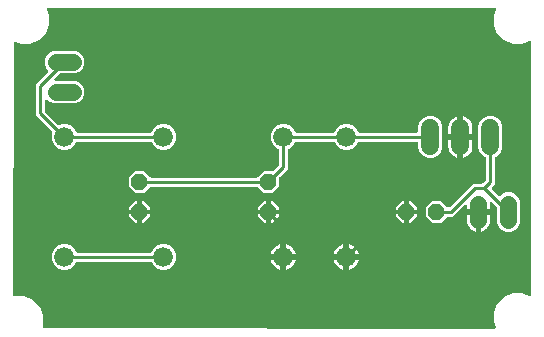
<source format=gbr>
G04 EAGLE Gerber RS-274X export*
G75*
%MOMM*%
%FSLAX34Y34*%
%LPD*%
%INTop Copper*%
%IPPOS*%
%AMOC8*
5,1,8,0,0,1.08239X$1,22.5*%
G01*
%ADD10C,1.422400*%
%ADD11P,1.429621X8X292.500000*%
%ADD12P,1.429621X8X202.500000*%
%ADD13C,1.676400*%
%ADD14C,1.524000*%
%ADD15C,0.254000*%

G36*
X422476Y15293D02*
X422476Y15293D01*
X422527Y15291D01*
X422633Y15313D01*
X422742Y15326D01*
X422789Y15345D01*
X422838Y15355D01*
X422936Y15403D01*
X423038Y15443D01*
X423078Y15472D01*
X423124Y15495D01*
X423207Y15566D01*
X423295Y15630D01*
X423327Y15668D01*
X423366Y15701D01*
X423429Y15790D01*
X423498Y15874D01*
X423520Y15920D01*
X423549Y15961D01*
X423588Y16063D01*
X423634Y16162D01*
X423644Y16211D01*
X423662Y16258D01*
X423674Y16367D01*
X423694Y16474D01*
X423691Y16524D01*
X423697Y16574D01*
X423682Y16683D01*
X423675Y16792D01*
X423659Y16840D01*
X423652Y16889D01*
X423600Y17042D01*
X421799Y21390D01*
X421799Y29410D01*
X424869Y36820D01*
X430540Y42491D01*
X437950Y45561D01*
X445970Y45561D01*
X452076Y43031D01*
X452125Y43018D01*
X452171Y42997D01*
X452278Y42976D01*
X452383Y42948D01*
X452434Y42947D01*
X452484Y42937D01*
X452592Y42944D01*
X452701Y42942D01*
X452751Y42954D01*
X452801Y42958D01*
X452904Y42991D01*
X453010Y43017D01*
X453055Y43040D01*
X453104Y43056D01*
X453195Y43114D01*
X453291Y43165D01*
X453329Y43200D01*
X453372Y43227D01*
X453446Y43306D01*
X453527Y43379D01*
X453555Y43422D01*
X453589Y43459D01*
X453642Y43554D01*
X453702Y43645D01*
X453718Y43693D01*
X453742Y43738D01*
X453769Y43843D01*
X453805Y43946D01*
X453809Y43996D01*
X453821Y44046D01*
X453831Y44206D01*
X453460Y257904D01*
X453454Y257953D01*
X453456Y258001D01*
X453434Y258110D01*
X453420Y258220D01*
X453402Y258265D01*
X453392Y258313D01*
X453343Y258412D01*
X453302Y258515D01*
X453274Y258555D01*
X453252Y258598D01*
X453180Y258683D01*
X453115Y258772D01*
X453077Y258803D01*
X453046Y258840D01*
X452955Y258904D01*
X452870Y258975D01*
X452826Y258995D01*
X452786Y259023D01*
X452682Y259063D01*
X452582Y259110D01*
X452534Y259119D01*
X452489Y259136D01*
X452378Y259148D01*
X452269Y259169D01*
X452221Y259166D01*
X452172Y259171D01*
X452063Y259156D01*
X451952Y259149D01*
X451906Y259134D01*
X451858Y259127D01*
X451705Y259075D01*
X445970Y256699D01*
X437950Y256699D01*
X430540Y259769D01*
X424869Y265440D01*
X421799Y272850D01*
X421799Y280870D01*
X423779Y285650D01*
X423792Y285698D01*
X423813Y285743D01*
X423834Y285851D01*
X423863Y285956D01*
X423864Y286006D01*
X423873Y286056D01*
X423866Y286165D01*
X423868Y286274D01*
X423856Y286323D01*
X423853Y286373D01*
X423819Y286477D01*
X423794Y286584D01*
X423770Y286628D01*
X423755Y286675D01*
X423696Y286768D01*
X423645Y286865D01*
X423611Y286902D01*
X423585Y286944D01*
X423505Y287019D01*
X423431Y287100D01*
X423389Y287128D01*
X423353Y287162D01*
X423257Y287215D01*
X423165Y287275D01*
X423118Y287291D01*
X423074Y287315D01*
X422968Y287342D01*
X422865Y287378D01*
X422815Y287382D01*
X422766Y287394D01*
X422606Y287405D01*
X44840Y287195D01*
X44791Y287189D01*
X44741Y287191D01*
X44634Y287169D01*
X44524Y287155D01*
X44478Y287137D01*
X44430Y287127D01*
X44331Y287079D01*
X44229Y287038D01*
X44189Y287009D01*
X44144Y286987D01*
X44060Y286916D01*
X43971Y286851D01*
X43940Y286813D01*
X43902Y286781D01*
X43839Y286691D01*
X43769Y286606D01*
X43748Y286561D01*
X43719Y286521D01*
X43680Y286418D01*
X43633Y286318D01*
X43624Y286270D01*
X43607Y286224D01*
X43594Y286114D01*
X43574Y286006D01*
X43577Y285956D01*
X43571Y285907D01*
X43587Y285798D01*
X43594Y285688D01*
X43609Y285641D01*
X43616Y285593D01*
X43668Y285440D01*
X45561Y280870D01*
X45561Y272850D01*
X42491Y265440D01*
X36820Y259769D01*
X29410Y256699D01*
X21390Y256699D01*
X17145Y258457D01*
X17099Y258470D01*
X17055Y258491D01*
X16946Y258512D01*
X16838Y258541D01*
X16790Y258542D01*
X16743Y258551D01*
X16632Y258545D01*
X16520Y258546D01*
X16474Y258535D01*
X16426Y258532D01*
X16320Y258498D01*
X16211Y258472D01*
X16169Y258450D01*
X16123Y258435D01*
X16029Y258376D01*
X15930Y258324D01*
X15894Y258291D01*
X15854Y258266D01*
X15777Y258185D01*
X15695Y258110D01*
X15668Y258070D01*
X15635Y258035D01*
X15581Y257937D01*
X15520Y257844D01*
X15504Y257799D01*
X15481Y257757D01*
X15453Y257649D01*
X15417Y257543D01*
X15413Y257495D01*
X15401Y257449D01*
X15390Y257288D01*
X14834Y44293D01*
X14849Y44173D01*
X14856Y44053D01*
X14868Y44016D01*
X14873Y43978D01*
X14917Y43865D01*
X14954Y43751D01*
X14975Y43718D01*
X14989Y43682D01*
X15060Y43584D01*
X15124Y43482D01*
X15153Y43455D01*
X15175Y43424D01*
X15268Y43347D01*
X15356Y43264D01*
X15390Y43245D01*
X15420Y43220D01*
X15529Y43169D01*
X15634Y43110D01*
X15672Y43101D01*
X15707Y43084D01*
X15825Y43061D01*
X15942Y43031D01*
X16000Y43027D01*
X16019Y43024D01*
X16040Y43025D01*
X16103Y43021D01*
X24330Y43021D01*
X31740Y39951D01*
X37411Y34280D01*
X40481Y26870D01*
X40481Y18850D01*
X39906Y17463D01*
X39894Y17416D01*
X39873Y17372D01*
X39852Y17263D01*
X39823Y17157D01*
X39822Y17108D01*
X39812Y17060D01*
X39819Y16949D01*
X39817Y16839D01*
X39829Y16791D01*
X39832Y16742D01*
X39866Y16637D01*
X39892Y16529D01*
X39915Y16486D01*
X39930Y16439D01*
X39989Y16346D01*
X40040Y16248D01*
X40073Y16212D01*
X40099Y16171D01*
X40180Y16095D01*
X40254Y16013D01*
X40295Y15986D01*
X40331Y15952D01*
X40428Y15899D01*
X40520Y15838D01*
X40566Y15822D01*
X40609Y15799D01*
X40716Y15771D01*
X40821Y15735D01*
X40870Y15731D01*
X40917Y15719D01*
X41078Y15708D01*
X422426Y15287D01*
X422476Y15293D01*
G37*
%LPC*%
G36*
X118132Y130555D02*
X118132Y130555D01*
X112775Y135912D01*
X112775Y143488D01*
X118132Y148845D01*
X125708Y148845D01*
X130670Y143882D01*
X130748Y143822D01*
X130820Y143754D01*
X130873Y143725D01*
X130921Y143688D01*
X131012Y143648D01*
X131099Y143600D01*
X131158Y143585D01*
X131213Y143561D01*
X131311Y143546D01*
X131407Y143521D01*
X131507Y143515D01*
X131527Y143511D01*
X131540Y143513D01*
X131568Y143511D01*
X221492Y143511D01*
X221591Y143523D01*
X221690Y143526D01*
X221748Y143543D01*
X221808Y143551D01*
X221900Y143587D01*
X221995Y143615D01*
X222047Y143645D01*
X222104Y143668D01*
X222184Y143726D01*
X222269Y143776D01*
X222344Y143842D01*
X222361Y143854D01*
X222369Y143864D01*
X222390Y143882D01*
X227352Y148845D01*
X234370Y148845D01*
X234468Y148857D01*
X234567Y148860D01*
X234625Y148877D01*
X234685Y148885D01*
X234777Y148921D01*
X234873Y148949D01*
X234925Y148979D01*
X234981Y149002D01*
X235061Y149060D01*
X235146Y149110D01*
X235222Y149176D01*
X235238Y149188D01*
X235246Y149198D01*
X235267Y149216D01*
X239658Y153607D01*
X239718Y153685D01*
X239786Y153757D01*
X239815Y153810D01*
X239852Y153858D01*
X239892Y153949D01*
X239940Y154036D01*
X239955Y154094D01*
X239979Y154150D01*
X239994Y154248D01*
X240019Y154344D01*
X240025Y154444D01*
X240029Y154464D01*
X240027Y154476D01*
X240029Y154504D01*
X240029Y166708D01*
X240026Y166737D01*
X240028Y166766D01*
X240006Y166895D01*
X239989Y167023D01*
X239979Y167051D01*
X239974Y167080D01*
X239920Y167198D01*
X239872Y167319D01*
X239855Y167343D01*
X239843Y167370D01*
X239762Y167471D01*
X239686Y167576D01*
X239663Y167595D01*
X239644Y167618D01*
X239541Y167696D01*
X239441Y167779D01*
X239414Y167792D01*
X239390Y167809D01*
X239246Y167880D01*
X237653Y168540D01*
X234580Y171613D01*
X232917Y175627D01*
X232917Y179973D01*
X234580Y183987D01*
X237653Y187060D01*
X241667Y188723D01*
X246013Y188723D01*
X250027Y187060D01*
X253100Y183987D01*
X253760Y182394D01*
X253774Y182369D01*
X253783Y182341D01*
X253853Y182231D01*
X253917Y182118D01*
X253938Y182097D01*
X253954Y182072D01*
X254048Y181983D01*
X254138Y181890D01*
X254164Y181874D01*
X254185Y181854D01*
X254299Y181791D01*
X254410Y181723D01*
X254438Y181715D01*
X254464Y181700D01*
X254589Y181668D01*
X254714Y181630D01*
X254743Y181628D01*
X254772Y181621D01*
X254932Y181611D01*
X286088Y181611D01*
X286117Y181614D01*
X286146Y181612D01*
X286275Y181634D01*
X286403Y181651D01*
X286431Y181661D01*
X286460Y181666D01*
X286578Y181720D01*
X286699Y181768D01*
X286723Y181785D01*
X286750Y181797D01*
X286851Y181878D01*
X286956Y181954D01*
X286975Y181977D01*
X286998Y181996D01*
X287076Y182099D01*
X287159Y182199D01*
X287172Y182226D01*
X287189Y182250D01*
X287260Y182394D01*
X287920Y183987D01*
X290993Y187060D01*
X295007Y188723D01*
X299353Y188723D01*
X303367Y187060D01*
X306440Y183987D01*
X307100Y182394D01*
X307114Y182369D01*
X307123Y182341D01*
X307193Y182231D01*
X307257Y182118D01*
X307278Y182097D01*
X307294Y182072D01*
X307388Y181983D01*
X307478Y181890D01*
X307504Y181874D01*
X307525Y181854D01*
X307639Y181791D01*
X307750Y181723D01*
X307778Y181715D01*
X307804Y181700D01*
X307929Y181668D01*
X308054Y181630D01*
X308083Y181628D01*
X308112Y181621D01*
X308272Y181611D01*
X356870Y181611D01*
X356988Y181626D01*
X357107Y181633D01*
X357145Y181646D01*
X357186Y181651D01*
X357296Y181694D01*
X357409Y181731D01*
X357444Y181753D01*
X357481Y181768D01*
X357577Y181837D01*
X357678Y181901D01*
X357706Y181931D01*
X357739Y181954D01*
X357815Y182046D01*
X357896Y182133D01*
X357916Y182168D01*
X357941Y182199D01*
X357992Y182307D01*
X358050Y182411D01*
X358060Y182451D01*
X358077Y182487D01*
X358099Y182604D01*
X358129Y182719D01*
X358133Y182779D01*
X358137Y182799D01*
X358135Y182820D01*
X358139Y182880D01*
X358139Y187441D01*
X359686Y191176D01*
X362544Y194034D01*
X366279Y195581D01*
X370321Y195581D01*
X374056Y194034D01*
X376914Y191176D01*
X378461Y187441D01*
X378461Y168159D01*
X376914Y164424D01*
X374056Y161566D01*
X370321Y160019D01*
X366279Y160019D01*
X362544Y161566D01*
X359686Y164424D01*
X358139Y168159D01*
X358139Y172720D01*
X358124Y172838D01*
X358117Y172957D01*
X358104Y172995D01*
X358099Y173036D01*
X358056Y173146D01*
X358019Y173259D01*
X357997Y173294D01*
X357982Y173331D01*
X357913Y173427D01*
X357849Y173528D01*
X357819Y173556D01*
X357796Y173589D01*
X357704Y173665D01*
X357617Y173746D01*
X357582Y173766D01*
X357551Y173791D01*
X357443Y173842D01*
X357339Y173900D01*
X357299Y173910D01*
X357263Y173927D01*
X357146Y173949D01*
X357031Y173979D01*
X356971Y173983D01*
X356951Y173987D01*
X356930Y173985D01*
X356870Y173989D01*
X308272Y173989D01*
X308243Y173986D01*
X308214Y173988D01*
X308085Y173966D01*
X307957Y173949D01*
X307929Y173939D01*
X307900Y173934D01*
X307782Y173880D01*
X307661Y173832D01*
X307637Y173815D01*
X307610Y173803D01*
X307509Y173722D01*
X307404Y173646D01*
X307385Y173623D01*
X307362Y173604D01*
X307284Y173501D01*
X307201Y173401D01*
X307188Y173374D01*
X307171Y173350D01*
X307100Y173206D01*
X306440Y171613D01*
X303367Y168540D01*
X299353Y166877D01*
X295007Y166877D01*
X290993Y168540D01*
X287920Y171613D01*
X287260Y173206D01*
X287246Y173231D01*
X287237Y173259D01*
X287167Y173369D01*
X287103Y173482D01*
X287082Y173503D01*
X287066Y173528D01*
X286972Y173617D01*
X286882Y173710D01*
X286856Y173726D01*
X286835Y173746D01*
X286721Y173809D01*
X286610Y173877D01*
X286582Y173885D01*
X286556Y173900D01*
X286431Y173932D01*
X286306Y173970D01*
X286277Y173972D01*
X286248Y173979D01*
X286088Y173989D01*
X254932Y173989D01*
X254903Y173986D01*
X254874Y173988D01*
X254745Y173966D01*
X254617Y173949D01*
X254589Y173939D01*
X254560Y173934D01*
X254442Y173880D01*
X254321Y173832D01*
X254297Y173815D01*
X254270Y173803D01*
X254169Y173722D01*
X254064Y173646D01*
X254045Y173623D01*
X254022Y173604D01*
X253944Y173501D01*
X253861Y173401D01*
X253848Y173374D01*
X253831Y173350D01*
X253760Y173206D01*
X253100Y171613D01*
X250027Y168540D01*
X248434Y167880D01*
X248409Y167866D01*
X248381Y167857D01*
X248271Y167787D01*
X248158Y167723D01*
X248137Y167702D01*
X248112Y167686D01*
X248023Y167592D01*
X247930Y167502D01*
X247914Y167476D01*
X247894Y167455D01*
X247831Y167341D01*
X247763Y167230D01*
X247755Y167202D01*
X247740Y167176D01*
X247708Y167051D01*
X247670Y166926D01*
X247668Y166897D01*
X247661Y166868D01*
X247651Y166708D01*
X247651Y150822D01*
X240656Y143827D01*
X240596Y143749D01*
X240528Y143677D01*
X240499Y143624D01*
X240462Y143576D01*
X240422Y143485D01*
X240374Y143398D01*
X240359Y143340D01*
X240335Y143284D01*
X240320Y143186D01*
X240295Y143090D01*
X240289Y142990D01*
X240285Y142970D01*
X240287Y142958D01*
X240285Y142930D01*
X240285Y135912D01*
X234928Y130555D01*
X227352Y130555D01*
X222390Y135518D01*
X222312Y135578D01*
X222240Y135646D01*
X222187Y135675D01*
X222139Y135712D01*
X222048Y135752D01*
X221961Y135800D01*
X221902Y135815D01*
X221847Y135839D01*
X221749Y135854D01*
X221653Y135879D01*
X221553Y135885D01*
X221533Y135889D01*
X221520Y135887D01*
X221492Y135889D01*
X131568Y135889D01*
X131469Y135877D01*
X131370Y135874D01*
X131312Y135857D01*
X131252Y135849D01*
X131160Y135813D01*
X131065Y135785D01*
X131013Y135755D01*
X130956Y135732D01*
X130876Y135674D01*
X130791Y135624D01*
X130716Y135558D01*
X130699Y135546D01*
X130691Y135536D01*
X130670Y135518D01*
X125708Y130555D01*
X118132Y130555D01*
G37*
%LPD*%
%LPC*%
G36*
X56247Y166877D02*
X56247Y166877D01*
X52233Y168540D01*
X49160Y171613D01*
X47497Y175627D01*
X47497Y179973D01*
X48157Y181566D01*
X48165Y181594D01*
X48178Y181620D01*
X48207Y181747D01*
X48241Y181872D01*
X48242Y181902D01*
X48248Y181931D01*
X48244Y182060D01*
X48246Y182190D01*
X48239Y182219D01*
X48238Y182249D01*
X48202Y182373D01*
X48172Y182500D01*
X48158Y182526D01*
X48150Y182554D01*
X48084Y182666D01*
X48023Y182781D01*
X48003Y182803D01*
X47988Y182828D01*
X47882Y182949D01*
X34289Y196542D01*
X34289Y222558D01*
X36893Y225162D01*
X44446Y232716D01*
X44519Y232810D01*
X44598Y232899D01*
X44617Y232935D01*
X44641Y232967D01*
X44689Y233076D01*
X44743Y233182D01*
X44752Y233222D01*
X44768Y233259D01*
X44786Y233377D01*
X44812Y233492D01*
X44811Y233533D01*
X44818Y233573D01*
X44806Y233691D01*
X44803Y233810D01*
X44792Y233849D01*
X44788Y233889D01*
X44747Y234001D01*
X44714Y234116D01*
X44694Y234151D01*
X44680Y234189D01*
X44613Y234287D01*
X44553Y234390D01*
X44513Y234435D01*
X44502Y234452D01*
X44486Y234465D01*
X44446Y234511D01*
X43125Y235832D01*
X41655Y239380D01*
X41655Y243220D01*
X43125Y246768D01*
X45840Y249483D01*
X49388Y250953D01*
X67452Y250953D01*
X71000Y249483D01*
X73715Y246768D01*
X75185Y243220D01*
X75185Y239380D01*
X73715Y235832D01*
X71000Y233117D01*
X67452Y231647D01*
X54682Y231647D01*
X54584Y231635D01*
X54485Y231632D01*
X54427Y231615D01*
X54367Y231607D01*
X54275Y231571D01*
X54179Y231543D01*
X54127Y231513D01*
X54071Y231490D01*
X53991Y231432D01*
X53906Y231382D01*
X53830Y231316D01*
X53814Y231304D01*
X53806Y231294D01*
X53785Y231276D01*
X50229Y227719D01*
X50143Y227610D01*
X50055Y227503D01*
X50046Y227484D01*
X50034Y227468D01*
X49978Y227340D01*
X49919Y227215D01*
X49915Y227195D01*
X49907Y227176D01*
X49885Y227038D01*
X49859Y226902D01*
X49861Y226882D01*
X49858Y226862D01*
X49871Y226723D01*
X49879Y226585D01*
X49885Y226566D01*
X49887Y226546D01*
X49935Y226414D01*
X49977Y226283D01*
X49988Y226265D01*
X49995Y226246D01*
X50073Y226131D01*
X50147Y226014D01*
X50162Y226000D01*
X50174Y225983D01*
X50278Y225891D01*
X50379Y225796D01*
X50397Y225786D01*
X50412Y225773D01*
X50536Y225709D01*
X50658Y225642D01*
X50677Y225637D01*
X50695Y225628D01*
X50831Y225598D01*
X50965Y225563D01*
X50994Y225561D01*
X51005Y225558D01*
X51026Y225559D01*
X51126Y225553D01*
X67452Y225553D01*
X71000Y224083D01*
X73715Y221368D01*
X75185Y217820D01*
X75185Y213980D01*
X73715Y210432D01*
X71000Y207717D01*
X67452Y206247D01*
X49388Y206247D01*
X45840Y207717D01*
X44077Y209480D01*
X43968Y209565D01*
X43861Y209653D01*
X43842Y209662D01*
X43826Y209674D01*
X43698Y209730D01*
X43573Y209789D01*
X43553Y209793D01*
X43534Y209801D01*
X43396Y209823D01*
X43260Y209849D01*
X43240Y209847D01*
X43220Y209851D01*
X43081Y209838D01*
X42943Y209829D01*
X42924Y209823D01*
X42904Y209821D01*
X42772Y209774D01*
X42641Y209731D01*
X42623Y209720D01*
X42604Y209713D01*
X42489Y209635D01*
X42372Y209561D01*
X42358Y209546D01*
X42341Y209535D01*
X42249Y209430D01*
X42154Y209329D01*
X42144Y209311D01*
X42131Y209296D01*
X42067Y209172D01*
X42000Y209051D01*
X41995Y209031D01*
X41986Y209013D01*
X41956Y208877D01*
X41921Y208743D01*
X41919Y208715D01*
X41916Y208703D01*
X41917Y208682D01*
X41911Y208582D01*
X41911Y200224D01*
X41923Y200126D01*
X41926Y200027D01*
X41943Y199969D01*
X41951Y199909D01*
X41987Y199817D01*
X42015Y199721D01*
X42045Y199669D01*
X42068Y199613D01*
X42126Y199533D01*
X42176Y199448D01*
X42242Y199372D01*
X42254Y199356D01*
X42264Y199348D01*
X42282Y199327D01*
X53271Y188338D01*
X53295Y188320D01*
X53314Y188297D01*
X53420Y188223D01*
X53522Y188143D01*
X53550Y188131D01*
X53574Y188114D01*
X53695Y188068D01*
X53814Y188017D01*
X53843Y188012D01*
X53871Y188002D01*
X54000Y187987D01*
X54128Y187967D01*
X54158Y187970D01*
X54187Y187966D01*
X54316Y187985D01*
X54445Y187997D01*
X54473Y188007D01*
X54502Y188011D01*
X54654Y188063D01*
X56247Y188723D01*
X60593Y188723D01*
X64607Y187060D01*
X67680Y183987D01*
X68340Y182394D01*
X68354Y182369D01*
X68363Y182341D01*
X68433Y182231D01*
X68497Y182118D01*
X68518Y182097D01*
X68534Y182072D01*
X68628Y181983D01*
X68718Y181890D01*
X68744Y181874D01*
X68765Y181854D01*
X68879Y181791D01*
X68990Y181723D01*
X69018Y181715D01*
X69044Y181700D01*
X69169Y181668D01*
X69294Y181630D01*
X69323Y181628D01*
X69352Y181621D01*
X69512Y181611D01*
X131148Y181611D01*
X131177Y181614D01*
X131206Y181612D01*
X131335Y181634D01*
X131463Y181651D01*
X131491Y181661D01*
X131520Y181666D01*
X131638Y181720D01*
X131759Y181768D01*
X131783Y181785D01*
X131810Y181797D01*
X131911Y181878D01*
X132016Y181954D01*
X132035Y181977D01*
X132058Y181996D01*
X132136Y182099D01*
X132219Y182199D01*
X132232Y182226D01*
X132249Y182250D01*
X132320Y182394D01*
X132980Y183987D01*
X136053Y187060D01*
X140067Y188723D01*
X144413Y188723D01*
X148427Y187060D01*
X151500Y183987D01*
X153163Y179973D01*
X153163Y175627D01*
X151500Y171613D01*
X148427Y168540D01*
X144413Y166877D01*
X140067Y166877D01*
X136053Y168540D01*
X132980Y171613D01*
X132320Y173206D01*
X132306Y173231D01*
X132297Y173259D01*
X132227Y173369D01*
X132163Y173482D01*
X132142Y173503D01*
X132126Y173528D01*
X132032Y173617D01*
X131942Y173710D01*
X131916Y173726D01*
X131895Y173746D01*
X131781Y173809D01*
X131670Y173877D01*
X131642Y173885D01*
X131616Y173900D01*
X131491Y173932D01*
X131366Y173970D01*
X131337Y173972D01*
X131308Y173979D01*
X131148Y173989D01*
X69512Y173989D01*
X69483Y173986D01*
X69454Y173988D01*
X69325Y173966D01*
X69197Y173949D01*
X69169Y173939D01*
X69140Y173934D01*
X69022Y173880D01*
X68901Y173832D01*
X68877Y173815D01*
X68850Y173803D01*
X68749Y173722D01*
X68644Y173646D01*
X68625Y173623D01*
X68602Y173604D01*
X68524Y173501D01*
X68441Y173401D01*
X68428Y173374D01*
X68411Y173350D01*
X68340Y173206D01*
X67680Y171613D01*
X64607Y168540D01*
X60593Y166877D01*
X56247Y166877D01*
G37*
%LPD*%
%LPC*%
G36*
X432420Y97535D02*
X432420Y97535D01*
X428872Y99005D01*
X426157Y101720D01*
X424687Y105268D01*
X424687Y118038D01*
X424675Y118136D01*
X424672Y118235D01*
X424655Y118293D01*
X424647Y118353D01*
X424611Y118445D01*
X424583Y118541D01*
X424553Y118593D01*
X424530Y118649D01*
X424472Y118729D01*
X424422Y118814D01*
X424356Y118890D01*
X424344Y118906D01*
X424334Y118914D01*
X424316Y118935D01*
X420759Y122491D01*
X420650Y122577D01*
X420543Y122665D01*
X420524Y122674D01*
X420508Y122686D01*
X420380Y122742D01*
X420255Y122801D01*
X420235Y122805D01*
X420216Y122813D01*
X420078Y122835D01*
X419942Y122861D01*
X419922Y122859D01*
X419902Y122862D01*
X419763Y122849D01*
X419625Y122841D01*
X419606Y122835D01*
X419586Y122833D01*
X419454Y122785D01*
X419323Y122743D01*
X419305Y122732D01*
X419286Y122725D01*
X419171Y122647D01*
X419054Y122573D01*
X419040Y122558D01*
X419023Y122546D01*
X418931Y122442D01*
X418836Y122341D01*
X418826Y122323D01*
X418813Y122308D01*
X418749Y122184D01*
X418682Y122062D01*
X418677Y122043D01*
X418668Y122025D01*
X418638Y121889D01*
X418603Y121755D01*
X418601Y121726D01*
X418598Y121715D01*
X418599Y121694D01*
X418593Y121594D01*
X418593Y116585D01*
X409956Y116585D01*
X409838Y116570D01*
X409719Y116563D01*
X409681Y116550D01*
X409641Y116545D01*
X409530Y116502D01*
X409417Y116465D01*
X409383Y116443D01*
X409345Y116428D01*
X409249Y116359D01*
X409148Y116295D01*
X409120Y116265D01*
X409088Y116242D01*
X409012Y116150D01*
X408937Y116070D01*
X408903Y116124D01*
X408873Y116152D01*
X408849Y116185D01*
X408758Y116261D01*
X408671Y116342D01*
X408636Y116362D01*
X408604Y116387D01*
X408497Y116438D01*
X408392Y116496D01*
X408353Y116506D01*
X408317Y116523D01*
X408200Y116545D01*
X408084Y116575D01*
X408024Y116579D01*
X408004Y116583D01*
X407984Y116581D01*
X407924Y116585D01*
X399287Y116585D01*
X399287Y119054D01*
X399270Y119191D01*
X399257Y119330D01*
X399250Y119349D01*
X399247Y119369D01*
X399196Y119498D01*
X399149Y119629D01*
X399138Y119646D01*
X399130Y119665D01*
X399049Y119777D01*
X398971Y119893D01*
X398955Y119906D01*
X398944Y119922D01*
X398836Y120011D01*
X398732Y120103D01*
X398714Y120112D01*
X398699Y120125D01*
X398573Y120184D01*
X398449Y120248D01*
X398429Y120252D01*
X398411Y120261D01*
X398275Y120287D01*
X398139Y120317D01*
X398118Y120317D01*
X398099Y120321D01*
X397960Y120312D01*
X397821Y120308D01*
X397801Y120302D01*
X397781Y120301D01*
X397649Y120258D01*
X397515Y120219D01*
X397498Y120209D01*
X397479Y120203D01*
X397361Y120128D01*
X397241Y120058D01*
X397220Y120039D01*
X397210Y120033D01*
X397196Y120018D01*
X397121Y119951D01*
X387658Y110489D01*
X383028Y110489D01*
X382929Y110477D01*
X382830Y110474D01*
X382772Y110457D01*
X382712Y110449D01*
X382620Y110413D01*
X382525Y110385D01*
X382473Y110355D01*
X382416Y110332D01*
X382336Y110274D01*
X382251Y110224D01*
X382176Y110158D01*
X382159Y110146D01*
X382154Y110140D01*
X382150Y110137D01*
X382146Y110131D01*
X382130Y110118D01*
X377168Y105155D01*
X369592Y105155D01*
X364235Y110512D01*
X364235Y118088D01*
X369592Y123445D01*
X377168Y123445D01*
X382130Y118482D01*
X382208Y118422D01*
X382280Y118354D01*
X382333Y118325D01*
X382381Y118288D01*
X382472Y118248D01*
X382559Y118200D01*
X382618Y118185D01*
X382673Y118161D01*
X382771Y118146D01*
X382867Y118121D01*
X382967Y118115D01*
X382987Y118111D01*
X383000Y118113D01*
X383028Y118111D01*
X383976Y118111D01*
X384074Y118123D01*
X384173Y118126D01*
X384231Y118143D01*
X384291Y118151D01*
X384383Y118187D01*
X384479Y118215D01*
X384531Y118245D01*
X384587Y118268D01*
X384667Y118326D01*
X384752Y118376D01*
X384828Y118442D01*
X384844Y118454D01*
X384852Y118464D01*
X384873Y118482D01*
X404822Y138431D01*
X411916Y138431D01*
X412014Y138443D01*
X412113Y138446D01*
X412171Y138463D01*
X412231Y138471D01*
X412323Y138507D01*
X412419Y138535D01*
X412471Y138565D01*
X412527Y138588D01*
X412607Y138646D01*
X412692Y138696D01*
X412768Y138762D01*
X412784Y138774D01*
X412792Y138784D01*
X412813Y138802D01*
X414918Y140907D01*
X414978Y140985D01*
X415046Y141057D01*
X415075Y141110D01*
X415112Y141158D01*
X415152Y141249D01*
X415200Y141336D01*
X415215Y141394D01*
X415239Y141450D01*
X415254Y141548D01*
X415279Y141644D01*
X415285Y141744D01*
X415289Y141764D01*
X415287Y141776D01*
X415289Y141804D01*
X415289Y159912D01*
X415286Y159942D01*
X415288Y159971D01*
X415266Y160099D01*
X415249Y160228D01*
X415239Y160255D01*
X415234Y160285D01*
X415180Y160403D01*
X415132Y160524D01*
X415115Y160548D01*
X415103Y160575D01*
X415022Y160676D01*
X414946Y160781D01*
X414923Y160800D01*
X414904Y160823D01*
X414801Y160901D01*
X414701Y160984D01*
X414674Y160996D01*
X414650Y161014D01*
X414506Y161085D01*
X413344Y161566D01*
X410486Y164424D01*
X408939Y168159D01*
X408939Y187441D01*
X410486Y191176D01*
X413344Y194034D01*
X417079Y195581D01*
X421121Y195581D01*
X424856Y194034D01*
X427714Y191176D01*
X429261Y187441D01*
X429261Y168159D01*
X427714Y164424D01*
X424856Y161566D01*
X423694Y161085D01*
X423669Y161070D01*
X423641Y161061D01*
X423531Y160992D01*
X423418Y160928D01*
X423397Y160907D01*
X423372Y160891D01*
X423283Y160797D01*
X423190Y160706D01*
X423174Y160681D01*
X423154Y160660D01*
X423091Y160546D01*
X423023Y160435D01*
X423015Y160407D01*
X423000Y160381D01*
X422968Y160256D01*
X422930Y160131D01*
X422928Y160102D01*
X422921Y160073D01*
X422911Y159912D01*
X422911Y138122D01*
X420307Y135517D01*
X420234Y135423D01*
X420155Y135334D01*
X420137Y135298D01*
X420112Y135266D01*
X420064Y135157D01*
X420010Y135051D01*
X420001Y135012D01*
X419985Y134974D01*
X419967Y134857D01*
X419941Y134741D01*
X419942Y134700D01*
X419936Y134660D01*
X419947Y134542D01*
X419950Y134423D01*
X419962Y134384D01*
X419965Y134344D01*
X420006Y134231D01*
X420039Y134117D01*
X420059Y134082D01*
X420073Y134044D01*
X420140Y133946D01*
X420200Y133843D01*
X420240Y133798D01*
X420252Y133781D01*
X420267Y133768D01*
X420307Y133722D01*
X425756Y128274D01*
X425850Y128201D01*
X425939Y128122D01*
X425975Y128103D01*
X426007Y128079D01*
X426116Y128031D01*
X426222Y127977D01*
X426262Y127968D01*
X426299Y127952D01*
X426417Y127934D01*
X426532Y127908D01*
X426573Y127909D01*
X426613Y127902D01*
X426731Y127914D01*
X426850Y127917D01*
X426889Y127928D01*
X426929Y127932D01*
X427041Y127973D01*
X427156Y128006D01*
X427191Y128026D01*
X427229Y128040D01*
X427327Y128107D01*
X427430Y128167D01*
X427475Y128207D01*
X427492Y128218D01*
X427505Y128234D01*
X427551Y128274D01*
X428872Y129595D01*
X432420Y131065D01*
X436260Y131065D01*
X439808Y129595D01*
X442523Y126880D01*
X443993Y123332D01*
X443993Y105268D01*
X442523Y101720D01*
X439808Y99005D01*
X436260Y97535D01*
X432420Y97535D01*
G37*
%LPD*%
%LPC*%
G36*
X56247Y65277D02*
X56247Y65277D01*
X52233Y66940D01*
X49160Y70013D01*
X47497Y74027D01*
X47497Y78373D01*
X49160Y82387D01*
X52233Y85460D01*
X56247Y87123D01*
X60593Y87123D01*
X64607Y85460D01*
X67680Y82387D01*
X68340Y80794D01*
X68353Y80771D01*
X68360Y80748D01*
X68362Y80746D01*
X68363Y80741D01*
X68433Y80631D01*
X68497Y80518D01*
X68518Y80497D01*
X68534Y80472D01*
X68628Y80383D01*
X68718Y80290D01*
X68744Y80274D01*
X68765Y80254D01*
X68879Y80191D01*
X68990Y80123D01*
X69018Y80115D01*
X69044Y80100D01*
X69169Y80068D01*
X69294Y80030D01*
X69323Y80028D01*
X69352Y80021D01*
X69512Y80011D01*
X131148Y80011D01*
X131177Y80014D01*
X131206Y80012D01*
X131335Y80034D01*
X131463Y80051D01*
X131491Y80061D01*
X131520Y80066D01*
X131638Y80120D01*
X131759Y80168D01*
X131783Y80185D01*
X131810Y80197D01*
X131911Y80278D01*
X132016Y80354D01*
X132035Y80377D01*
X132058Y80396D01*
X132136Y80499D01*
X132219Y80599D01*
X132232Y80626D01*
X132249Y80650D01*
X132320Y80794D01*
X132980Y82387D01*
X136053Y85460D01*
X140067Y87123D01*
X144413Y87123D01*
X148427Y85460D01*
X151500Y82387D01*
X153163Y78373D01*
X153163Y74027D01*
X151500Y70013D01*
X148427Y66940D01*
X144413Y65277D01*
X140067Y65277D01*
X136053Y66940D01*
X132980Y70013D01*
X132320Y71606D01*
X132306Y71631D01*
X132297Y71659D01*
X132227Y71769D01*
X132163Y71882D01*
X132142Y71903D01*
X132126Y71928D01*
X132032Y72017D01*
X131942Y72110D01*
X131916Y72126D01*
X131895Y72146D01*
X131781Y72209D01*
X131670Y72277D01*
X131642Y72285D01*
X131616Y72300D01*
X131491Y72332D01*
X131366Y72370D01*
X131337Y72372D01*
X131308Y72379D01*
X131148Y72389D01*
X69512Y72389D01*
X69483Y72386D01*
X69454Y72388D01*
X69325Y72366D01*
X69197Y72349D01*
X69169Y72339D01*
X69140Y72334D01*
X69022Y72280D01*
X68901Y72232D01*
X68877Y72215D01*
X68850Y72203D01*
X68749Y72122D01*
X68644Y72046D01*
X68625Y72023D01*
X68602Y72004D01*
X68524Y71901D01*
X68441Y71801D01*
X68428Y71774D01*
X68411Y71750D01*
X68340Y71606D01*
X67680Y70013D01*
X64607Y66940D01*
X60593Y65277D01*
X56247Y65277D01*
G37*
%LPD*%
%LPC*%
G36*
X396239Y180339D02*
X396239Y180339D01*
X396239Y195279D01*
X397600Y194836D01*
X399025Y194110D01*
X400319Y193170D01*
X401450Y192039D01*
X402390Y190745D01*
X403116Y189320D01*
X403611Y187799D01*
X403861Y186220D01*
X403861Y180339D01*
X396239Y180339D01*
G37*
%LPD*%
%LPC*%
G36*
X396239Y175261D02*
X396239Y175261D01*
X403861Y175261D01*
X403861Y169380D01*
X403611Y167801D01*
X403116Y166280D01*
X402390Y164855D01*
X401450Y163561D01*
X400319Y162430D01*
X399025Y161490D01*
X397600Y160764D01*
X396239Y160321D01*
X396239Y175261D01*
G37*
%LPD*%
%LPC*%
G36*
X383539Y180339D02*
X383539Y180339D01*
X383539Y186220D01*
X383789Y187799D01*
X384284Y189320D01*
X385010Y190745D01*
X385950Y192039D01*
X387081Y193170D01*
X388375Y194110D01*
X389800Y194836D01*
X391161Y195279D01*
X391161Y180339D01*
X383539Y180339D01*
G37*
%LPD*%
%LPC*%
G36*
X389800Y160764D02*
X389800Y160764D01*
X388375Y161490D01*
X387292Y162276D01*
X387292Y162277D01*
X387081Y162430D01*
X385950Y163561D01*
X385010Y164855D01*
X384284Y166280D01*
X383789Y167801D01*
X383539Y169380D01*
X383539Y175261D01*
X391161Y175261D01*
X391161Y160321D01*
X389800Y160764D01*
G37*
%LPD*%
%LPC*%
G36*
X411225Y112015D02*
X411225Y112015D01*
X418593Y112015D01*
X418593Y106428D01*
X418355Y104928D01*
X417886Y103483D01*
X417196Y102129D01*
X416303Y100900D01*
X415228Y99825D01*
X413999Y98932D01*
X412645Y98242D01*
X411225Y97781D01*
X411225Y112015D01*
G37*
%LPD*%
%LPC*%
G36*
X405235Y98242D02*
X405235Y98242D01*
X403881Y98932D01*
X402652Y99825D01*
X401577Y100900D01*
X400684Y102129D01*
X399994Y103483D01*
X399525Y104928D01*
X399287Y106428D01*
X399287Y112015D01*
X406655Y112015D01*
X406655Y97781D01*
X405235Y98242D01*
G37*
%LPD*%
%LPC*%
G36*
X299719Y78739D02*
X299719Y78739D01*
X299719Y86857D01*
X299738Y86854D01*
X301373Y86323D01*
X302905Y85542D01*
X304296Y84531D01*
X305511Y83316D01*
X306522Y81925D01*
X307303Y80393D01*
X307834Y78758D01*
X307837Y78739D01*
X299719Y78739D01*
G37*
%LPD*%
%LPC*%
G36*
X246379Y78739D02*
X246379Y78739D01*
X246379Y86857D01*
X246398Y86854D01*
X248033Y86323D01*
X249565Y85542D01*
X250956Y84531D01*
X252171Y83316D01*
X253182Y81925D01*
X253963Y80393D01*
X254494Y78758D01*
X254497Y78739D01*
X246379Y78739D01*
G37*
%LPD*%
%LPC*%
G36*
X246379Y73661D02*
X246379Y73661D01*
X254497Y73661D01*
X254494Y73642D01*
X253963Y72007D01*
X253182Y70475D01*
X252171Y69084D01*
X250956Y67869D01*
X249565Y66858D01*
X248033Y66077D01*
X246398Y65546D01*
X246379Y65543D01*
X246379Y73661D01*
G37*
%LPD*%
%LPC*%
G36*
X299719Y73661D02*
X299719Y73661D01*
X307837Y73661D01*
X307834Y73642D01*
X307303Y72007D01*
X306522Y70475D01*
X305511Y69084D01*
X304296Y67869D01*
X302905Y66858D01*
X301373Y66077D01*
X299738Y65546D01*
X299719Y65543D01*
X299719Y73661D01*
G37*
%LPD*%
%LPC*%
G36*
X233183Y78739D02*
X233183Y78739D01*
X233186Y78758D01*
X233717Y80393D01*
X234498Y81925D01*
X235509Y83316D01*
X236724Y84531D01*
X238115Y85542D01*
X239647Y86323D01*
X241282Y86854D01*
X241301Y86857D01*
X241301Y78739D01*
X233183Y78739D01*
G37*
%LPD*%
%LPC*%
G36*
X286523Y78739D02*
X286523Y78739D01*
X286526Y78758D01*
X287057Y80393D01*
X287838Y81925D01*
X288849Y83316D01*
X290064Y84531D01*
X291455Y85542D01*
X292987Y86323D01*
X294622Y86854D01*
X294641Y86857D01*
X294641Y78739D01*
X286523Y78739D01*
G37*
%LPD*%
%LPC*%
G36*
X241282Y65546D02*
X241282Y65546D01*
X239647Y66077D01*
X238115Y66858D01*
X236724Y67869D01*
X235509Y69084D01*
X234498Y70475D01*
X233717Y72007D01*
X233186Y73642D01*
X233183Y73661D01*
X241301Y73661D01*
X241301Y65543D01*
X241282Y65546D01*
G37*
%LPD*%
%LPC*%
G36*
X294622Y65546D02*
X294622Y65546D01*
X292987Y66077D01*
X291455Y66858D01*
X290064Y67869D01*
X288849Y69084D01*
X287838Y70475D01*
X287057Y72007D01*
X286526Y73642D01*
X286523Y73661D01*
X294641Y73661D01*
X294641Y65543D01*
X294622Y65546D01*
G37*
%LPD*%
%LPC*%
G36*
X123951Y116331D02*
X123951Y116331D01*
X123951Y123445D01*
X125708Y123445D01*
X131065Y118088D01*
X131065Y116331D01*
X123951Y116331D01*
G37*
%LPD*%
%LPC*%
G36*
X233171Y116331D02*
X233171Y116331D01*
X233171Y123445D01*
X234928Y123445D01*
X240285Y118088D01*
X240285Y116331D01*
X233171Y116331D01*
G37*
%LPD*%
%LPC*%
G36*
X350011Y116331D02*
X350011Y116331D01*
X350011Y123445D01*
X351768Y123445D01*
X357125Y118088D01*
X357125Y116331D01*
X350011Y116331D01*
G37*
%LPD*%
%LPC*%
G36*
X338835Y116331D02*
X338835Y116331D01*
X338835Y118088D01*
X344192Y123445D01*
X345949Y123445D01*
X345949Y116331D01*
X338835Y116331D01*
G37*
%LPD*%
%LPC*%
G36*
X221995Y116331D02*
X221995Y116331D01*
X221995Y118088D01*
X227352Y123445D01*
X229109Y123445D01*
X229109Y116331D01*
X221995Y116331D01*
G37*
%LPD*%
%LPC*%
G36*
X112775Y116331D02*
X112775Y116331D01*
X112775Y118088D01*
X118132Y123445D01*
X119889Y123445D01*
X119889Y116331D01*
X112775Y116331D01*
G37*
%LPD*%
%LPC*%
G36*
X123951Y105155D02*
X123951Y105155D01*
X123951Y112269D01*
X131065Y112269D01*
X131065Y110512D01*
X125708Y105155D01*
X123951Y105155D01*
G37*
%LPD*%
%LPC*%
G36*
X350011Y105155D02*
X350011Y105155D01*
X350011Y112269D01*
X357125Y112269D01*
X357125Y110512D01*
X351768Y105155D01*
X350011Y105155D01*
G37*
%LPD*%
%LPC*%
G36*
X233171Y105155D02*
X233171Y105155D01*
X233171Y112269D01*
X240285Y112269D01*
X240285Y110512D01*
X234928Y105155D01*
X233171Y105155D01*
G37*
%LPD*%
%LPC*%
G36*
X118132Y105155D02*
X118132Y105155D01*
X112775Y110512D01*
X112775Y112269D01*
X119889Y112269D01*
X119889Y105155D01*
X118132Y105155D01*
G37*
%LPD*%
%LPC*%
G36*
X344192Y105155D02*
X344192Y105155D01*
X338835Y110512D01*
X338835Y112269D01*
X345949Y112269D01*
X345949Y105155D01*
X344192Y105155D01*
G37*
%LPD*%
%LPC*%
G36*
X227352Y105155D02*
X227352Y105155D01*
X221995Y110512D01*
X221995Y112269D01*
X229109Y112269D01*
X229109Y105155D01*
X227352Y105155D01*
G37*
%LPD*%
%LPC*%
G36*
X297179Y76199D02*
X297179Y76199D01*
X297179Y76201D01*
X297181Y76201D01*
X297181Y76199D01*
X297179Y76199D01*
G37*
%LPD*%
%LPC*%
G36*
X243839Y76199D02*
X243839Y76199D01*
X243839Y76201D01*
X243841Y76201D01*
X243841Y76199D01*
X243839Y76199D01*
G37*
%LPD*%
%LPC*%
G36*
X393699Y177799D02*
X393699Y177799D01*
X393699Y177801D01*
X393701Y177801D01*
X393701Y177799D01*
X393699Y177799D01*
G37*
%LPD*%
D10*
X434340Y121412D02*
X434340Y107188D01*
X408940Y107188D02*
X408940Y121412D01*
D11*
X121920Y139700D03*
X121920Y114300D03*
X231140Y139700D03*
X231140Y114300D03*
D12*
X373380Y114300D03*
X347980Y114300D03*
D13*
X142240Y177800D03*
X243840Y177800D03*
X297180Y76200D03*
X297180Y177800D03*
X142240Y76200D03*
X243840Y76200D03*
X58420Y76200D03*
X58420Y177800D03*
D14*
X368300Y170180D02*
X368300Y185420D01*
X393700Y185420D02*
X393700Y170180D01*
X419100Y170180D02*
X419100Y185420D01*
D10*
X65532Y241300D02*
X51308Y241300D01*
X51308Y215900D02*
X65532Y215900D01*
D15*
X58420Y241300D02*
X38100Y220980D01*
X38100Y198120D01*
X58420Y177800D01*
X142240Y177800D01*
X297180Y177800D02*
X368300Y177800D01*
X231140Y139700D02*
X121920Y139700D01*
X243840Y152400D02*
X243840Y177800D01*
X243840Y152400D02*
X231140Y139700D01*
X243840Y177800D02*
X297180Y177800D01*
X231140Y114300D02*
X121920Y114300D01*
X243840Y101600D02*
X243840Y76200D01*
X243840Y101600D02*
X231140Y114300D01*
X335280Y114300D02*
X347980Y114300D01*
X335280Y114300D02*
X297180Y76200D01*
X243840Y76200D01*
X373380Y114300D02*
X386080Y114300D01*
X406400Y134620D01*
X414020Y134620D01*
X434340Y114300D01*
X419100Y139700D02*
X419100Y177800D01*
X419100Y139700D02*
X414020Y134620D01*
X142240Y76200D02*
X58420Y76200D01*
M02*

</source>
